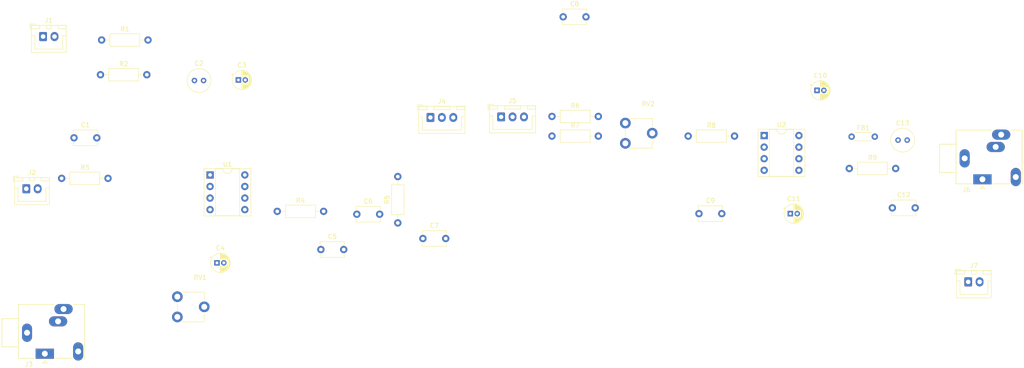
<source format=kicad_pcb>
(kicad_pcb (version 20221018) (generator pcbnew)
  (layers (0 "F.Cu" signal) (31 "B.Cu" signal) (34 "B.Paste" user) (35 "F.Paste" user) (36 "B.SilkS" user "B.Silkscreen") (37 "F.SilkS" user "F.Silkscreen") (38 "B.Mask" user) (39 "F.Mask" user) (44 "Edge.Cuts" user))
  (net 0 "")
  (net 1 "Net-(U1-+)")
  (net 2 "Net-(U1-BYPASS)")
  (net 3 "Net-(FB1-Pad1)")
  (net 4 "Net-(C12-Pad1)")
  (net 5 "Net-(J4-Pin_2)")
  (net 6 "Net-(U2--)")
  (net 7 "Net-(U2-BYPASS)")
  (net 8 "Net-(C6-Pad2)")
  (net 9 "Net-(J2-Pin_2)")
  (net 10 "Net-(J5-Pin_2)")
  (net 11 "Net-(C5-Pad1)")
  (net 12 "Net-(C4-Pad1)")
  (net 13 "Net-(J5-Pin_3)")
  (net 14 "GND")
  (net 15 "Net-(C2-Pad1)")
  (net 16 "Net-(C1-Pad1)")
  (net 17 "+12V")
  (net 18 "Net-(C11-Pad1)")
  (net 19 "Net-(J7-Pin_2)")
  (net 20 "Net-(C11-Pad2)")
  (net 21 "Net-(R4-Pad1)")
  (net 22 "Net-(C4-Pad2)")
  (net 23 "Net-(R6-Pad2)")
  (net 24 "Net-(R8-Pad1)")
  (net 27 "Net-(RV1-Pad1)")
  (net 28 "Net-(C13-Pad2)")
  (footprint "Connector_JST:JST_XH_B2B-XH-A_1x02_P2.50mm_Vertical" (layer "F.Cu") (at 62.357 66.802)
    (fp_text reference "J1" (at 1.25 -3.55) (layer "F.SilkS"))
    (fp_text value "VCC")
    (pad "1" thru_hole roundrect (at 0 0) (size 1.7 2) (drill 1) (layers "*.Cu" "*.Mask") (roundrect_rratio 0.1470588235) (net 14 "GND"))
    (pad "2" thru_hole oval (at 2.5 0) (size 1.7 2) (drill 1) (layers "*.Cu" "*.Mask") (net 17 "+12V"))
  )
  (footprint "Capacitor_THT:C_Disc_D5.1mm_W3.2mm_P5.00mm" (layer "F.Cu") (at 145.582 111.125)
    (fp_text reference "C7" (at 2.5 -2.85) (layer "F.SilkS"))
    (fp_text value "10n")
    (pad "1" thru_hole circle (at 0 0) (size 1.6 1.6) (drill 0.8) (layers "*.Cu" "*.Mask") (net 14 "GND"))
    (pad "2" thru_hole circle (at 5 0) (size 1.6 1.6) (drill 0.8) (layers "*.Cu" "*.Mask") (net 5 "Net-(J4-Pin_2)"))
  )
  (footprint "DF9RY:Jack_3.5mm_Ledino_Stereo_Switch_Horizontal" (layer "F.Cu") (at 62.738 136.398)
    (fp_text reference "J3" (at -3.5 2.3) (layer "F.SilkS"))
    (fp_text value "Mic_1")
    (pad "G" thru_hole oval (at -3.9 -4.6) (size 2.2 4) (drill 1.3) (layers "*.Cu" "*.Mask") (net 14 "GND"))
    (pad "S" thru_hole oval (at 4.1 -9.8) (size 4 2.2) (drill 1.3) (layers "*.Cu" "*.Mask") (net 16 "Net-(C1-Pad1)"))
    (pad "SN" thru_hole oval (at 2.9 -7.1) (size 4 2.2) (drill 1.3) (layers "*.Cu" "*.Mask") (net 9 "Net-(J2-Pin_2)"))
    (pad "T" thru_hole rect (at 0 0) (size 4 2.2) (drill 1.3) (layers "*.Cu" "*.Mask") (net 16 "Net-(C1-Pad1)"))
    (pad "TN" thru_hole oval (at 7.3 -0.5 90) (size 4 2.2) (drill 1.3) (layers "*.Cu" "*.Mask"))
  )
  (footprint "Capacitor_THT:CP_Radial_D4.0mm_P1.50mm" (layer "F.Cu") (at 226.099401 105.664)
    (fp_text reference "C11" (at 0.75 -3.25) (layer "F.SilkS"))
    (fp_text value "10u")
    (pad "1" thru_hole rect (at 0 0) (size 1.2 1.2) (drill 0.6) (layers "*.Cu" "*.Mask") (net 18 "Net-(C11-Pad1)"))
    (pad "2" thru_hole circle (at 1.5 0) (size 1.2 1.2) (drill 0.6) (layers "*.Cu" "*.Mask") (net 20 "Net-(C11-Pad2)"))
  )
  (footprint "Resistor_THT:R_Axial_DIN0207_L6.3mm_D2.5mm_P10.16mm_Horizontal" (layer "F.Cu") (at 173.863 88.646)
    (fp_text reference "R7" (at 5.08 -2.37) (layer "F.SilkS"))
    (fp_text value "1k")
    (pad "1" thru_hole circle (at 0 0) (size 1.6 1.6) (drill 0.8) (layers "*.Cu" "*.Mask") (net 10 "Net-(J5-Pin_2)"))
    (pad "2" thru_hole oval (at 10.16 0) (size 1.6 1.6) (drill 0.8) (layers "*.Cu" "*.Mask") (net 23 "Net-(R6-Pad2)"))
  )
  (footprint "Capacitor_THT:C_Disc_D5.1mm_W3.2mm_P5.00mm" (layer "F.Cu") (at 248.452 104.394)
    (fp_text reference "C12" (at 2.5 -2.85) (layer "F.SilkS"))
    (fp_text value "50n")
    (pad "1" thru_hole circle (at 0 0) (size 1.6 1.6) (drill 0.8) (layers "*.Cu" "*.Mask") (net 4 "Net-(C12-Pad1)"))
    (pad "2" thru_hole circle (at 5 0) (size 1.6 1.6) (drill 0.8) (layers "*.Cu" "*.Mask") (net 14 "GND"))
  )
  (footprint "Resistor_THT:R_Axial_DIN0207_L6.3mm_D2.5mm_P10.16mm_Horizontal" (layer "F.Cu") (at 203.708 88.646)
    (fp_text reference "R8" (at 5.08 -2.37) (layer "F.SilkS"))
    (fp_text value "10k")
    (pad "1" thru_hole circle (at 0 0) (size 1.6 1.6) (drill 0.8) (layers "*.Cu" "*.Mask") (net 24 "Net-(R8-Pad1)"))
    (pad "2" thru_hole oval (at 10.16 0) (size 1.6 1.6) (drill 0.8) (layers "*.Cu" "*.Mask") (net 6 "Net-(U2--)"))
  )
  (footprint "Capacitor_THT:C_Radial_D5.0mm_H5.0mm_P2.00mm" (layer "F.Cu") (at 249.698 89.535)
    (fp_text reference "C13" (at 1 -3.75) (layer "F.SilkS"))
    (fp_text value "250u")
    (pad "1" thru_hole circle (at 0 0) (size 1.2 1.2) (drill 0.6) (layers "*.Cu" "*.Mask") (net 4 "Net-(C12-Pad1)"))
    (pad "2" thru_hole circle (at 2 0) (size 1.2 1.2) (drill 0.6) (layers "*.Cu" "*.Mask") (net 28 "Net-(C13-Pad2)"))
  )
  (footprint "Capacitor_THT:CP_Radial_D4.0mm_P1.50mm" (layer "F.Cu") (at 100.457 116.459)
    (fp_text reference "C4" (at 0.75 -3.25) (layer "F.SilkS"))
    (fp_text value "10u")
    (pad "1" thru_hole rect (at 0 0) (size 1.2 1.2) (drill 0.6) (layers "*.Cu" "*.Mask") (net 12 "Net-(C4-Pad1)"))
    (pad "2" thru_hole circle (at 1.5 0) (size 1.2 1.2) (drill 0.6) (layers "*.Cu" "*.Mask") (net 22 "Net-(C4-Pad2)"))
  )
  (footprint "Resistor_THT:R_Axial_DIN0207_L6.3mm_D2.5mm_P10.16mm_Horizontal" (layer "F.Cu") (at 74.93 75.184)
    (fp_text reference "R2" (at 5.08 -2.37) (layer "F.SilkS"))
    (fp_text value "4k7")
    (pad "1" thru_hole circle (at 0 0) (size 1.6 1.6) (drill 0.8) (layers "*.Cu" "*.Mask") (net 15 "Net-(C2-Pad1)"))
    (pad "2" thru_hole oval (at 10.16 0) (size 1.6 1.6) (drill 0.8) (layers "*.Cu" "*.Mask") (net 16 "Net-(C1-Pad1)"))
  )
  (footprint "Connector_JST:JST_XH_B2B-XH-A_1x02_P2.50mm_Vertical" (layer "F.Cu") (at 58.674 100.203)
    (fp_text reference "J2" (at 1.25 -3.55) (layer "F.SilkS"))
    (fp_text value "Mic_2")
    (pad "1" thru_hole roundrect (at 0 0) (size 1.7 2) (drill 1) (layers "*.Cu" "*.Mask") (roundrect_rratio 0.1470588235) (net 14 "GND"))
    (pad "2" thru_hole oval (at 2.5 0) (size 1.7 2) (drill 1) (layers "*.Cu" "*.Mask") (net 9 "Net-(J2-Pin_2)"))
  )
  (footprint "Capacitor_THT:CP_Radial_D4.0mm_P1.50mm" (layer "F.Cu") (at 231.941401 78.613)
    (fp_text reference "C10" (at 0.75 -3.25) (layer "F.SilkS"))
    (fp_text value "10u")
    (pad "1" thru_hole rect (at 0 0) (size 1.2 1.2) (drill 0.6) (layers "*.Cu" "*.Mask") (net 7 "Net-(U2-BYPASS)"))
    (pad "2" thru_hole circle (at 1.5 0) (size 1.2 1.2) (drill 0.6) (layers "*.Cu" "*.Mask") (net 14 "GND"))
  )
  (footprint "Resistor_THT:R_Axial_DIN0207_L6.3mm_D2.5mm_P10.16mm_Horizontal" (layer "F.Cu") (at 140.081 107.696 90)
    (fp_text reference "R5" (at 5.08 -2.37 90) (layer "F.SilkS"))
    (fp_text value "2k2")
    (pad "1" thru_hole circle (at 0 0 90) (size 1.6 1.6) (drill 0.8) (layers "*.Cu" "*.Mask") (net 8 "Net-(C6-Pad2)"))
    (pad "2" thru_hole oval (at 10.16 0 90) (size 1.6 1.6) (drill 0.8) (layers "*.Cu" "*.Mask") (net 5 "Net-(J4-Pin_2)"))
  )
  (footprint "DF9RY:Jack_3.5mm_Ledino_Stereo_Switch_Horizontal" (layer "F.Cu") (at 268.193 98.1295)
    (fp_text reference "J6" (at -3.5 2.3) (layer "F.SilkS"))
    (fp_text value "SP_1")
    (pad "G" thru_hole oval (at -3.9 -4.6) (size 2.2 4) (drill 1.3) (layers "*.Cu" "*.Mask") (net 14 "GND"))
    (pad "S" thru_hole oval (at 4.1 -9.8) (size 4 2.2) (drill 1.3) (layers "*.Cu" "*.Mask") (net 28 "Net-(C13-Pad2)"))
    (pad "SN" thru_hole oval (at 2.9 -7.1) (size 4 2.2) (drill 1.3) (layers "*.Cu" "*.Mask") (net 19 "Net-(J7-Pin_2)"))
    (pad "T" thru_hole rect (at 0 0) (size 4 2.2) (drill 1.3) (layers "*.Cu" "*.Mask") (net 28 "Net-(C13-Pad2)"))
    (pad "TN" thru_hole oval (at 7.3 -0.5 90) (size 4 2.2) (drill 1.3) (layers "*.Cu" "*.Mask"))
  )
  (footprint "Capacitor_THT:C_Disc_D5.1mm_W3.2mm_P5.00mm" (layer "F.Cu") (at 69.128 89.027)
    (fp_text reference "C1" (at 2.5 -2.85) (layer "F.SilkS"))
    (fp_text value "10n")
    (pad "1" thru_hole circle (at 0 0) (size 1.6 1.6) (drill 0.8) (layers "*.Cu" "*.Mask") (net 16 "Net-(C1-Pad1)"))
    (pad "2" thru_hole circle (at 5 0) (size 1.6 1.6) (drill 0.8) (layers "*.Cu" "*.Mask") (net 1 "Net-(U1-+)"))
  )
  (footprint "Resistor_THT:R_Axial_DIN0207_L6.3mm_D2.5mm_P10.16mm_Horizontal" (layer "F.Cu") (at 75.184 67.564)
    (fp_text reference "R1" (at 5.08 -2.37) (layer "F.SilkS"))
    (fp_text value "470")
    (pad "1" thru_hole circle (at 0 0) (size 1.6 1.6) (drill 0.8) (layers "*.Cu" "*.Mask") (net 17 "+12V"))
    (pad "2" thru_hole oval (at 10.16 0) (size 1.6 1.6) (drill 0.8) (layers "*.Cu" "*.Mask") (net 15 "Net-(C2-Pad1)"))
  )
  (footprint "DF9RY:Potentiometer_ACP_CA6-V10_Vertical" (layer "F.Cu") (at 189.945 90.232)
    (fp_text reference "RV2" (at 5 -8.65) (layer "F.SilkS"))
    (fp_text value "10k")
    (pad "1" thru_hole circle (at 0 0) (size 2.34 2.34) (drill 1.3) (layers "*.Cu" "*.Mask") (net 23 "Net-(R6-Pad2)"))
    (pad "2" thru_hole circle (at 5.8928 -2.2225) (size 2.34 2.34) (drill 1.3) (layers "*.Cu" "*.Mask") (net 24 "Net-(R8-Pad1)"))
    (pad "3" thru_hole circle (at 0 -4.445) (size 2.34 2.34) (drill 1.3) (layers "*.Cu" "*.Mask") (net 14 "GND"))
  )
  (footprint "Capacitor_THT:C_Disc_D5.1mm_W3.2mm_P5.00mm" (layer "F.Cu") (at 206.074 105.664)
    (fp_text reference "C9" (at 2.5 -2.85) (layer "F.SilkS"))
    (fp_text value "2.2n")
    (pad "1" thru_hole circle (at 0 0) (size 1.6 1.6) (drill 0.8) (layers "*.Cu" "*.Mask") (net 14 "GND"))
    (pad "2" thru_hole circle (at 5 0) (size 1.6 1.6) (drill 0.8) (layers "*.Cu" "*.Mask") (net 6 "Net-(U2--)"))
  )
  (footprint "Capacitor_THT:C_Disc_D5.1mm_W3.2mm_P5.00mm" (layer "F.Cu") (at 176.316 62.484)
    (fp_text reference "C8" (at 2.5 -2.85) (layer "F.SilkS"))
    (fp_text value "50n")
    (pad "1" thru_hole circle (at 0 0) (size 1.6 1.6) (drill 0.8) (layers "*.Cu" "*.Mask") (net 14 "GND"))
    (pad "2" thru_hole circle (at 5 0) (size 1.6 1.6) (drill 0.8) (layers "*.Cu" "*.Mask") (net 17 "+12V"))
  )
  (footprint "Capacitor_THT:C_Disc_D5.1mm_W3.2mm_P5.00mm" (layer "F.Cu") (at 123.23 113.538)
    (fp_text reference "C5" (at 2.5 -2.85) (layer "F.SilkS"))
    (fp_text value "2u2")
    (pad "1" thru_hole circle (at 0 0) (size 1.6 1.6) (drill 0.8) (layers "*.Cu" "*.Mask") (net 11 "Net-(C5-Pad1)"))
    (pad "2" thru_hole circle (at 5 0) (size 1.6 1.6) (drill 0.8) (layers "*.Cu" "*.Mask") (net 14 "GND"))
  )
  (footprint "Resistor_THT:R_Axial_DIN0207_L6.3mm_D2.5mm_P10.16mm_Horizontal" (layer "F.Cu") (at 239.014 95.758)
    (fp_text reference "R9" (at 5.08 -2.37) (layer "F.SilkS"))
    (fp_text value "47")
    (pad "1" thru_hole circle (at 0 0) (size 1.6 1.6) (drill 0.8) (layers "*.Cu" "*.Mask") (net 3 "Net-(FB1-Pad1)"))
    (pad "2" thru_hole oval (at 10.16 0) (size 1.6 1.6) (drill 0.8) (layers "*.Cu" "*.Mask") (net 4 "Net-(C12-Pad1)"))
  )
  (footprint "Resistor_THT:R_Axial_DIN0204_L3.6mm_D1.6mm_P5.08mm_Horizontal" (layer "F.Cu") (at 239.522 88.773)
    (fp_text reference "FB1" (at 2.54 -1.92) (layer "F.SilkS"))
    (fp_text value "FerriteBead")
    (pad "1" thru_hole circle (at 0 0) (size 1.4 1.4) (drill 0.7) (layers "*.Cu" "*.Mask") (net 3 "Net-(FB1-Pad1)"))
    (pad "2" thru_hole oval (at 5.08 0) (size 1.4 1.4) (drill 0.7) (layers "*.Cu" "*.Mask") (net 4 "Net-(C12-Pad1)"))
  )
  (footprint "Connector_JST:JST_XH_B2B-XH-A_1x02_P2.50mm_Vertical" (layer "F.Cu") (at 265.069 120.633)
    (fp_text reference "J7" (at 1.25 -3.55) (layer "F.SilkS"))
    (fp_text value "SP_2")
    (pad "1" thru_hole roundrect (at 0 0) (size 1.7 2) (drill 1) (layers "*.Cu" "*.Mask") (roundrect_rratio 0.1470588235) (net 14 "GND"))
    (pad "2" thru_hole oval (at 2.5 0) (size 1.7 2) (drill 1) (layers "*.Cu" "*.Mask") (net 19 "Net-(J7-Pin_2)"))
  )
  (footprint "Package_DIP:DIP-8_W7.62mm_Socket" (layer "F.Cu") (at 98.943 97.165)
    (fp_text reference "U1" (at 3.81 -2.33) (layer "F.SilkS"))
    (fp_text value "LM386")
    (pad "1" thru_hole rect (at 0 0) (size 1.6 1.6) (drill 0.8) (layers "*.Cu" "*.Mask") (net 27 "Net-(RV1-Pad1)"))
    (pad "2" thru_hole oval (at 0 2.54) (size 1.6 1.6) (drill 0.8) (layers "*.Cu" "*.Mask") (net 14 "GND"))
    (pad "3" thru_hole oval (at 0 5.08) (size 1.6 1.6) (drill 0.8) (layers "*.Cu" "*.Mask") (net 1 "Net-(U1-+)"))
    (pad "4" thru_hole oval (at 0 7.62) (size 1.6 1.6) (drill 0.8) (layers "*.Cu" "*.Mask") (net 14 "GND"))
    (pad "5" thru_hole oval (at 7.62 7.62) (size 1.6 1.6) (drill 0.8) (layers "*.Cu" "*.Mask") (net 21 "Net-(R4-Pad1)"))
    (pad "6" thru_hole oval (at 7.62 5.08) (size 1.6 1.6) (drill 0.8) (layers "*.Cu" "*.Mask") (net 17 "+12V"))
    (pad "7" thru_hole oval (at 7.62 2.54) (size 1.6 1.6) (drill 0.8) (layers "*.Cu" "*.Mask") (net 2 "Net-(U1-BYPASS)"))
    (pad "8" thru_hole oval (at 7.62 0) (size 1.6 1.6) (drill 0.8) (layers "*.Cu" "*.Mask") (net 22 "Net-(C4-Pad2)"))
  )
  (footprint "Resistor_THT:R_Axial_DIN0207_L6.3mm_D2.5mm_P10.16mm_Horizontal" (layer "F.Cu") (at 173.863 84.328)
    (fp_text reference "R6" (at 5.08 -2.37) (layer "F.SilkS"))
    (fp_text value "1k")
    (pad "1" thru_hole circle (at 0 0) (size 1.6 1.6) (drill 0.8) (layers "*.Cu" "*.Mask") (net 13 "Net-(J5-Pin_3)"))
    (pad "2" thru_hole oval (at 10.16 0) (size 1.6 1.6) (drill 0.8) (layers "*.Cu" "*.Mask") (net 23 "Net-(R6-Pad2)"))
  )
  (footprint "Resistor_THT:R_Axial_DIN0207_L6.3mm_D2.5mm_P10.16mm_Horizontal" (layer "F.Cu") (at 113.665 105.156)
    (fp_text reference "R4" (at 5.08 -2.37) (layer "F.SilkS"))
    (fp_text value "10")
    (pad "1" thru_hole circle (at 0 0) (size 1.6 1.6) (drill 0.8) (layers "*.Cu" "*.Mask") (net 21 "Net-(R4-Pad1)"))
    (pad "2" thru_hole oval (at 10.16 0) (size 1.6 1.6) (drill 0.8) (layers "*.Cu" "*.Mask") (net 11 "Net-(C5-Pad1)"))
  )
  (footprint "Connector_JST:JST_XH_B3B-XH-A_1x03_P2.50mm_Vertical" (layer "F.Cu") (at 162.727 84.438)
    (fp_text reference "J5" (at 2.5 -3.55) (layer "F.SilkS"))
    (fp_text value "AF_In")
    (pad "1" thru_hole roundrect (at 0 0) (size 1.7 1.95) (drill 0.95) (layers "*.Cu" "*.Mask") (roundrect_rratio 0.1470588235) (net 14 "GND"))
    (pad "2" thru_hole oval (at 2.5 0) (size 1.7 1.95) (drill 0.95) (layers "*.Cu" "*.Mask") (net 10 "Net-(J5-Pin_2)"))
    (pad "3" thru_hole oval (at 5 0) (size 1.7 1.95) (drill 0.95) (layers "*.Cu" "*.Mask") (net 13 "Net-(J5-Pin_3)"))
  )
  (footprint "Capacitor_THT:C_Disc_D5.1mm_W3.2mm_P5.00mm" (layer "F.Cu") (at 131.104 105.791)
    (fp_text reference "C6" (at 2.5 -2.85) (layer "F.SilkS"))
    (fp_text value "680n")
    (pad "1" thru_hole circle (at 0 0) (size 1.6 1.6) (drill 0.8) (layers "*.Cu" "*.Mask") (net 11 "Net-(C5-Pad1)"))
    (pad "2" thru_hole circle (at 5 0) (size 1.6 1.6) (drill 0.8) (layers "*.Cu" "*.Mask") (net 8 "Net-(C6-Pad2)"))
  )
  (footprint "Resistor_THT:R_Axial_DIN0207_L6.3mm_D2.5mm_P10.16mm_Horizontal" (layer "F.Cu") (at 66.421 97.917)
    (fp_text reference "R3" (at 5.08 -2.37) (layer "F.SilkS"))
    (fp_text value "4k7")
    (pad "1" thru_hole circle (at 0 0) (size 1.6 1.6) (drill 0.8) (layers "*.Cu" "*.Mask") (net 1 "Net-(U1-+)"))
    (pad "2" thru_hole oval (at 10.16 0) (size 1.6 1.6) (drill 0.8) (layers "*.Cu" "*.Mask") (net 14 "GND"))
  )
  (footprint "Connector_JST:JST_XH_B3B-XH-A_1x03_P2.50mm_Vertical" (layer "F.Cu") (at 147.233 84.565)
    (fp_text reference "J4" (at 2.5 -3.55) (layer "F.SilkS"))
    (fp_text value "AF_Out")
    (pad "1" thru_hole roundrect (at 0 0) (size 1.7 1.95) (drill 0.95) (layers "*.Cu" "*.Mask") (roundrect_rratio 0.1470588235) (net 14 "GND"))
    (pad "2" thru_hole oval (at 2.5 0) (size 1.7 1.95) (drill 0.95) (layers "*.Cu" "*.Mask") (net 5 "Net-(J4-Pin_2)"))
    (pad "3" thru_hole oval (at 5 0) (size 1.7 1.95) (drill 0.95) (layers "*.Cu" "*.Mask") (net 5 "Net-(J4-Pin_2)"))
  )
  (footprint "Capacitor_THT:C_Radial_D5.0mm_H5.0mm_P2.00mm" (layer "F.Cu") (at 95.52 76.454)
    (fp_text reference "C2" (at 1 -3.75) (layer "F.SilkS"))
    (fp_text value "100u")
    (pad "1" thru_hole circle (at 0 0) (size 1.2 1.2) (drill 0.6) (layers "*.Cu" "*.Mask") (net 15 "Net-(C2-Pad1)"))
    (pad "2" thru_hole circle (at 2 0) (size 1.2 1.2) (drill 0.6) (layers "*.Cu" "*.Mask") (net 14 "GND"))
  )
  (footprint "Capacitor_THT:CP_Radial_D4.0mm_P1.50mm" (layer "F.Cu") (at 105.156 76.327)
    (fp_text reference "C3" (at 0.75 -3.25) (layer "F.SilkS"))
    (fp_text value "10u")
    (pad "1" thru_hole rect (at 0 0) (size 1.2 1.2) (drill 0.6) (layers "*.Cu" "*.Mask") (net 2 "Net-(U1-BYPASS)"))
    (pad "2" thru_hole circle (at 1.5 0) (size 1.2 1.2) (drill 0.6) (layers "*.Cu" "*.Mask") (net 14 "GND"))
  )
  (footprint "DF9RY:Potentiometer_ACP_CA6-V10_Vertical" (layer "F.Cu") (at 91.774 128.332)
    (fp_text reference "RV1" (at 5 -8.65) (layer "F.SilkS"))
    (fp_text value "20k")
    (pad "1" thru_hole circle (at 0 0) (size 2.34 2.34) (drill 1.3) (layers "*.Cu" "*.Mask") (net 27 "Net-(RV1-Pad1)"))
    (pad "2" thru_hole circle (at 5.8928 -2.2225) (size 2.34 2.34) (drill 1.3) (layers "*.Cu" "*.Mask") (net 27 "Net-(RV1-Pad1)"))
    (pad "3" thru_hole circle (at 0 -4.445) (size 2.34 2.34) (drill 1.3) (layers "*.Cu" "*.Mask") (net 12 "Net-(C4-Pad1)"))
  )
  (footprint "Package_DIP:DIP-8_W7.62mm_Socket" (layer "F.Cu") (at 220.355 88.529)
    (fp_text reference "U2" (at 3.81 -2.33) (layer "F.SilkS"))
    (fp_text value "LM386N")
    (pad "1" thru_hole rect (at 0 0) (size 1.6 1.6) (drill 0.8) (layers "*.Cu" "*.Mask") (net 18 "Net-(C11-Pad1)"))
    (pad "2" thru_hole oval (at 0 2.54) (size 1.6 1.6) (drill 0.8) (layers "*.Cu" "*.Mask") (net 6 "Net-(U2--)"))
    (pad "3" thru_hole oval (at 0 5.08) (size 1.6 1.6) (drill 0.8) (layers "*.Cu" "*.Mask") (net 14 "GND"))
    (pad "4" thru_hole oval (at 0 7.62) (size 1.6 1.6) (drill 0.8) (layers "*.Cu" "*.Mask") (net 14 "GND"))
    (pad "5" thru_hole oval (at 7.62 7.62) (size 1.6 1.6) (drill 0.8) (layers "*.Cu" "*.Mask") (net 3 "Net-(FB1-Pad1)"))
    (pad "6" thru_hole oval (at 7.62 5.08) (size 1.6 1.6) (drill 0.8) (layers "*.Cu" "*.Mask") (net 17 "+12V"))
    (pad "7" thru_hole oval (at 7.62 2.54) (size 1.6 1.6) (drill 0.8) (layers "*.Cu" "*.Mask") (net 7 "Net-(U2-BYPASS)"))
    (pad "8" thru_hole oval (at 7.62 0) (size 1.6 1.6) (drill 0.8) (layers "*.Cu" "*.Mask") (net 20 "Net-(C11-Pad2)"))
  )
)
</source>
